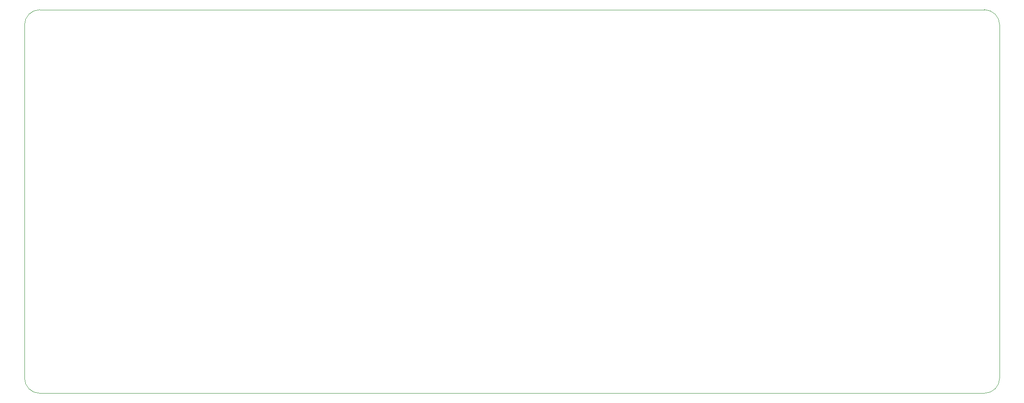
<source format=gbr>
%TF.GenerationSoftware,KiCad,Pcbnew,8.0.4*%
%TF.CreationDate,2025-06-19T21:58:06-05:00*%
%TF.ProjectId,pcb,7063622e-6b69-4636-9164-5f7063625858,01*%
%TF.SameCoordinates,Original*%
%TF.FileFunction,Profile,NP*%
%FSLAX46Y46*%
G04 Gerber Fmt 4.6, Leading zero omitted, Abs format (unit mm)*
G04 Created by KiCad (PCBNEW 8.0.4) date 2025-06-19 21:58:06*
%MOMM*%
%LPD*%
G01*
G04 APERTURE LIST*
%TA.AperFunction,Profile*%
%ADD10C,0.050000*%
%TD*%
G04 APERTURE END LIST*
D10*
X63900000Y-63150000D02*
X63900000Y-132900000D01*
X256350000Y-132900000D02*
X256350000Y-63150000D01*
X253350000Y-60150000D02*
X66900000Y-60150000D01*
X66900000Y-135900000D02*
X253350000Y-135900000D01*
X63900000Y-63150000D02*
G75*
G02*
X66900000Y-60150000I3000000J0D01*
G01*
X253350000Y-60150000D02*
G75*
G02*
X256350000Y-63150000I0J-3000000D01*
G01*
X256350000Y-132900000D02*
G75*
G02*
X253350000Y-135900000I-3000000J0D01*
G01*
X66900000Y-135900000D02*
G75*
G02*
X63900000Y-132900000I0J3000000D01*
G01*
M02*

</source>
